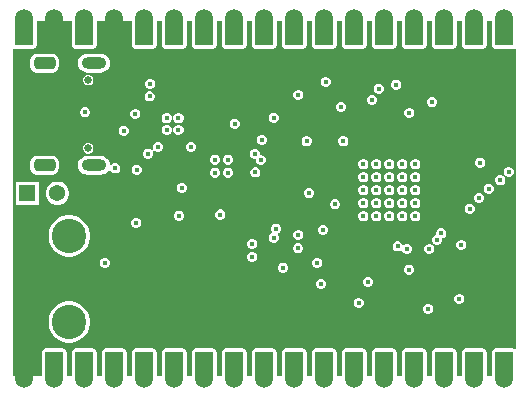
<source format=gbr>
%TF.GenerationSoftware,Altium Limited,Altium Designer,24.10.1 (45)*%
G04 Layer_Physical_Order=3*
G04 Layer_Color=16440176*
%FSLAX45Y45*%
%MOMM*%
%TF.SameCoordinates,D2505BA3-E522-476C-ACF0-F4815D070146*%
%TF.FilePolarity,Positive*%
%TF.FileFunction,Copper,L3,Inr,Signal*%
%TF.Part,Single*%
G01*
G75*
%TA.AperFunction,ComponentPad*%
G04:AMPARAMS|DCode=42|XSize=1.8mm|YSize=1mm|CornerRadius=0.25mm|HoleSize=0mm|Usage=FLASHONLY|Rotation=0.000|XOffset=0mm|YOffset=0mm|HoleType=Round|Shape=RoundedRectangle|*
%AMROUNDEDRECTD42*
21,1,1.80000,0.50000,0,0,0.0*
21,1,1.30000,1.00000,0,0,0.0*
1,1,0.50000,0.65000,-0.25000*
1,1,0.50000,-0.65000,-0.25000*
1,1,0.50000,-0.65000,0.25000*
1,1,0.50000,0.65000,0.25000*
%
%ADD42ROUNDEDRECTD42*%
%ADD43O,2.10000X1.00000*%
%ADD44C,0.65000*%
%AMCUSTOMSHAPE45*
4,1,7,0.75000,0.75000,0.75000,0.00000,0.75000,-1.50000,0.75000,-1.50000,-0.75000,-1.50000,-0.75000,0.75000,-0.75000,0.75000,0.75000,0.75000,0.0*%
%ADD45CUSTOMSHAPE45*%

%AMCUSTOMSHAPE46*
4,1,7,-0.75000,-0.75000,-0.75000,0.00000,-0.75000,1.50000,-0.75000,1.50000,0.75000,1.50000,0.75000,-0.75000,0.75000,-0.75000,-0.75000,-0.75000,0.0*%
%ADD46CUSTOMSHAPE46*%

%ADD47C,1.37000*%
%ADD48R,1.37000X1.37000*%
%ADD49C,2.91000*%
%TA.AperFunction,ViaPad*%
%ADD50C,0.45000*%
%ADD51C,1.50000*%
G36*
X4076412Y2900000D02*
Y2825000D01*
X4078741Y2813294D01*
X4085371Y2803371D01*
X4095295Y2796740D01*
X4107000Y2794412D01*
X4257000D01*
X4266909Y2796383D01*
X4271809Y2794467D01*
X4279609Y2788752D01*
Y261248D01*
X4271809Y255533D01*
X4266909Y253617D01*
X4257000Y255588D01*
X4107000D01*
X4095295Y253259D01*
X4085371Y246629D01*
X4078741Y236705D01*
X4076412Y225000D01*
Y20391D01*
X4033588D01*
X4033588Y150000D01*
Y225000D01*
X4031259Y236705D01*
X4024629Y246629D01*
X4014705Y253259D01*
X4003000Y255588D01*
X3853000D01*
X3841295Y253259D01*
X3831371Y246629D01*
X3824741Y236705D01*
X3822412Y225000D01*
Y20391D01*
X3779588D01*
X3779588Y150000D01*
Y225000D01*
X3777259Y236705D01*
X3770629Y246629D01*
X3760705Y253259D01*
X3749000Y255588D01*
X3599000D01*
X3587295Y253259D01*
X3577371Y246629D01*
X3570741Y236705D01*
X3568412Y225000D01*
Y20391D01*
X3525588D01*
X3525588Y150000D01*
Y225000D01*
X3523259Y236705D01*
X3516629Y246629D01*
X3506705Y253259D01*
X3495000Y255588D01*
X3345000D01*
X3333295Y253259D01*
X3323371Y246629D01*
X3316741Y236705D01*
X3314412Y225000D01*
Y20391D01*
X3271588D01*
X3271588Y150000D01*
Y225000D01*
X3269259Y236705D01*
X3262629Y246629D01*
X3252705Y253259D01*
X3241000Y255588D01*
X3091000D01*
X3079295Y253259D01*
X3069371Y246629D01*
X3062741Y236705D01*
X3060412Y225000D01*
Y20391D01*
X3017588D01*
X3017588Y150000D01*
Y225000D01*
X3015259Y236705D01*
X3008629Y246629D01*
X2998705Y253259D01*
X2987000Y255588D01*
X2837000D01*
X2825295Y253259D01*
X2815371Y246629D01*
X2808741Y236705D01*
X2806412Y225000D01*
Y20391D01*
X2763588D01*
X2763588Y150000D01*
Y225000D01*
X2761259Y236705D01*
X2754629Y246629D01*
X2744705Y253259D01*
X2733000Y255588D01*
X2583000D01*
X2571295Y253259D01*
X2561371Y246629D01*
X2554741Y236705D01*
X2552412Y225000D01*
Y20391D01*
X2509588D01*
X2509588Y150000D01*
Y225000D01*
X2507259Y236705D01*
X2500629Y246629D01*
X2490705Y253259D01*
X2479000Y255588D01*
X2329000D01*
X2317295Y253259D01*
X2307371Y246629D01*
X2300741Y236705D01*
X2298412Y225000D01*
Y20391D01*
X2255588D01*
X2255588Y150000D01*
Y225000D01*
X2253259Y236705D01*
X2246629Y246629D01*
X2236705Y253259D01*
X2225000Y255588D01*
X2075000D01*
X2063295Y253259D01*
X2053371Y246629D01*
X2046741Y236705D01*
X2044412Y225000D01*
Y20391D01*
X2001588D01*
X2001588Y150000D01*
Y225000D01*
X1999259Y236705D01*
X1992629Y246629D01*
X1982705Y253259D01*
X1971000Y255588D01*
X1821000D01*
X1809295Y253259D01*
X1799371Y246629D01*
X1792741Y236705D01*
X1790412Y225000D01*
Y20391D01*
X1747588D01*
X1747588Y150000D01*
Y225000D01*
X1745259Y236705D01*
X1738629Y246629D01*
X1728705Y253259D01*
X1717000Y255588D01*
X1567000D01*
X1555295Y253259D01*
X1545371Y246629D01*
X1538741Y236705D01*
X1536412Y225000D01*
Y20391D01*
X1493588D01*
X1493588Y150000D01*
Y225000D01*
X1491259Y236705D01*
X1484629Y246629D01*
X1474705Y253259D01*
X1463000Y255588D01*
X1313000D01*
X1301295Y253259D01*
X1291371Y246629D01*
X1284741Y236705D01*
X1282412Y225000D01*
Y20391D01*
X1239588D01*
X1239588Y150000D01*
Y225000D01*
X1237259Y236705D01*
X1230629Y246629D01*
X1220705Y253259D01*
X1209000Y255588D01*
X1059000D01*
X1047295Y253259D01*
X1037371Y246629D01*
X1030741Y236705D01*
X1028412Y225000D01*
Y20391D01*
X985588D01*
X985588Y150000D01*
Y225000D01*
X983259Y236705D01*
X976629Y246629D01*
X966705Y253259D01*
X955000Y255588D01*
X805000D01*
X793295Y253259D01*
X783371Y246629D01*
X776741Y236705D01*
X774412Y225000D01*
Y20391D01*
X731588D01*
X731588Y150000D01*
Y225000D01*
X729259Y236705D01*
X722629Y246629D01*
X712705Y253259D01*
X701000Y255588D01*
X551000D01*
X539295Y253259D01*
X529371Y246629D01*
X522741Y236705D01*
X520412Y225000D01*
Y20391D01*
X477588D01*
X477588Y150000D01*
Y225000D01*
X475259Y236705D01*
X468629Y246629D01*
X458705Y253259D01*
X447000Y255588D01*
X297000D01*
X285295Y253259D01*
X275371Y246629D01*
X268741Y236705D01*
X266412Y225000D01*
Y20391D01*
X20391D01*
Y2788752D01*
X28191Y2794467D01*
X33091Y2796383D01*
X43000Y2794412D01*
X193000D01*
X204705Y2796740D01*
X214629Y2803371D01*
X221259Y2813294D01*
X223588Y2825000D01*
Y3029609D01*
X520412D01*
X520412Y2900000D01*
Y2825000D01*
X522741Y2813294D01*
X529371Y2803371D01*
X539295Y2796740D01*
X551000Y2794412D01*
X701000D01*
X712705Y2796740D01*
X722629Y2803371D01*
X729259Y2813294D01*
X731588Y2825000D01*
Y3029609D01*
X1028412D01*
X1028412Y2900000D01*
Y2825000D01*
X1030741Y2813294D01*
X1037371Y2803371D01*
X1047295Y2796740D01*
X1059000Y2794412D01*
X1209000D01*
X1220705Y2796740D01*
X1230629Y2803371D01*
X1237259Y2813294D01*
X1239588Y2825000D01*
Y3029609D01*
X1282412D01*
X1282412Y2900000D01*
Y2825000D01*
X1284741Y2813294D01*
X1291371Y2803371D01*
X1301295Y2796740D01*
X1313000Y2794412D01*
X1463000D01*
X1474705Y2796740D01*
X1484629Y2803371D01*
X1491259Y2813294D01*
X1493588Y2825000D01*
Y3029609D01*
X1536412D01*
X1536412Y2900000D01*
Y2825000D01*
X1538741Y2813294D01*
X1545371Y2803371D01*
X1555295Y2796740D01*
X1567000Y2794412D01*
X1717000D01*
X1728705Y2796740D01*
X1738629Y2803371D01*
X1745259Y2813294D01*
X1747588Y2825000D01*
Y3029609D01*
X1790412D01*
X1790412Y2900000D01*
Y2825000D01*
X1792741Y2813294D01*
X1799371Y2803371D01*
X1809295Y2796740D01*
X1821000Y2794412D01*
X1971000D01*
X1982705Y2796740D01*
X1992629Y2803371D01*
X1999259Y2813294D01*
X2001588Y2825000D01*
Y3029609D01*
X2044412D01*
X2044412Y2900000D01*
Y2825000D01*
X2046741Y2813294D01*
X2053371Y2803371D01*
X2063295Y2796740D01*
X2075000Y2794412D01*
X2225000D01*
X2236705Y2796740D01*
X2246629Y2803371D01*
X2253259Y2813294D01*
X2255588Y2825000D01*
Y3029609D01*
X2298412D01*
X2298412Y2900000D01*
Y2825000D01*
X2300741Y2813294D01*
X2307371Y2803371D01*
X2317295Y2796740D01*
X2329000Y2794412D01*
X2479000D01*
X2490705Y2796740D01*
X2500629Y2803371D01*
X2507259Y2813294D01*
X2509588Y2825000D01*
Y3029609D01*
X2552412D01*
X2552412Y2900000D01*
Y2825000D01*
X2554741Y2813294D01*
X2561371Y2803371D01*
X2571295Y2796740D01*
X2583000Y2794412D01*
X2733000D01*
X2744705Y2796740D01*
X2754629Y2803371D01*
X2761259Y2813294D01*
X2763588Y2825000D01*
Y3029609D01*
X2806412D01*
X2806412Y2900000D01*
Y2825000D01*
X2808741Y2813294D01*
X2815371Y2803371D01*
X2825295Y2796740D01*
X2837000Y2794412D01*
X2987000D01*
X2998705Y2796740D01*
X3008629Y2803371D01*
X3015259Y2813294D01*
X3017588Y2825000D01*
Y3029609D01*
X3060412D01*
X3060412Y2900000D01*
Y2825000D01*
X3062741Y2813294D01*
X3069371Y2803371D01*
X3079295Y2796740D01*
X3091000Y2794412D01*
X3241000D01*
X3252705Y2796740D01*
X3262629Y2803371D01*
X3269259Y2813294D01*
X3271588Y2825000D01*
Y3029609D01*
X3314412D01*
X3314412Y2900000D01*
Y2825000D01*
X3316741Y2813294D01*
X3323371Y2803371D01*
X3333295Y2796740D01*
X3345000Y2794412D01*
X3495000D01*
X3506705Y2796740D01*
X3516629Y2803371D01*
X3523259Y2813294D01*
X3525588Y2825000D01*
Y3029609D01*
X3568412D01*
X3568412Y2900000D01*
Y2825000D01*
X3570741Y2813294D01*
X3577371Y2803371D01*
X3587295Y2796740D01*
X3599000Y2794412D01*
X3749000D01*
X3760705Y2796740D01*
X3770629Y2803371D01*
X3777259Y2813294D01*
X3779588Y2825000D01*
Y3029609D01*
X3822412D01*
X3822412Y2900000D01*
Y2825000D01*
X3824741Y2813294D01*
X3831371Y2803371D01*
X3841295Y2796740D01*
X3853000Y2794412D01*
X4003000D01*
X4014705Y2796740D01*
X4024629Y2803371D01*
X4031259Y2813294D01*
X4033588Y2825000D01*
Y3029609D01*
X4076412D01*
X4076412Y2900000D01*
D02*
G37*
%LPC*%
G36*
X765000Y2751690D02*
X655000D01*
X634116Y2748940D01*
X614655Y2740879D01*
X597943Y2728056D01*
X585120Y2711345D01*
X577059Y2691884D01*
X574309Y2671000D01*
X577059Y2650116D01*
X585120Y2630655D01*
X597943Y2613943D01*
X614655Y2601120D01*
X634116Y2593059D01*
X655000Y2590310D01*
X765000D01*
X785884Y2593059D01*
X805345Y2601120D01*
X822057Y2613943D01*
X834880Y2630655D01*
X842941Y2650116D01*
X845690Y2671000D01*
X842941Y2691884D01*
X834880Y2711345D01*
X822057Y2728056D01*
X805345Y2740879D01*
X785884Y2748940D01*
X765000Y2751690D01*
D02*
G37*
G36*
X357000Y2752077D02*
X227000D01*
X205540Y2747808D01*
X187347Y2735652D01*
X175191Y2717460D01*
X170923Y2696000D01*
Y2646000D01*
X175191Y2624540D01*
X187347Y2606347D01*
X205540Y2594191D01*
X227000Y2589922D01*
X357000D01*
X378460Y2594191D01*
X396652Y2606347D01*
X408808Y2624540D01*
X413077Y2646000D01*
Y2696000D01*
X408808Y2717460D01*
X396652Y2735652D01*
X378460Y2747808D01*
X357000Y2752077D01*
D02*
G37*
G36*
X668852Y2572500D02*
X651148D01*
X634793Y2565725D01*
X622275Y2553207D01*
X615500Y2536851D01*
Y2519148D01*
X622275Y2502793D01*
X634793Y2490274D01*
X651148Y2483500D01*
X668852D01*
X685207Y2490274D01*
X697725Y2502793D01*
X704500Y2519148D01*
Y2536851D01*
X697725Y2553207D01*
X685207Y2565725D01*
X668852Y2572500D01*
D02*
G37*
G36*
X2678454Y2552900D02*
X2661546D01*
X2645926Y2546430D01*
X2633970Y2534474D01*
X2627500Y2518854D01*
Y2501946D01*
X2633970Y2486326D01*
X2645926Y2474370D01*
X2661546Y2467900D01*
X2678454D01*
X2694074Y2474370D01*
X2706030Y2486326D01*
X2712500Y2501946D01*
Y2518854D01*
X2706030Y2534474D01*
X2694074Y2546430D01*
X2678454Y2552900D01*
D02*
G37*
G36*
X1194787Y2535829D02*
X1177880D01*
X1162260Y2529359D01*
X1150304Y2517404D01*
X1143834Y2501783D01*
Y2484876D01*
X1150304Y2469255D01*
X1162260Y2457300D01*
X1177880Y2450830D01*
X1194787D01*
X1210408Y2457300D01*
X1222363Y2469255D01*
X1228833Y2484876D01*
Y2501783D01*
X1222363Y2517404D01*
X1210408Y2529359D01*
X1194787Y2535829D01*
D02*
G37*
G36*
X3277254Y2532500D02*
X3260346D01*
X3244726Y2526030D01*
X3232770Y2514074D01*
X3226300Y2498454D01*
Y2481546D01*
X3232770Y2465926D01*
X3244726Y2453970D01*
X3260346Y2447500D01*
X3277254D01*
X3292874Y2453970D01*
X3304830Y2465926D01*
X3311300Y2481546D01*
Y2498454D01*
X3304830Y2514074D01*
X3292874Y2526030D01*
X3277254Y2532500D01*
D02*
G37*
G36*
X3127734Y2497700D02*
X3110827D01*
X3095206Y2491230D01*
X3083251Y2479274D01*
X3076781Y2463654D01*
Y2446746D01*
X3083251Y2431126D01*
X3095206Y2419170D01*
X3110827Y2412700D01*
X3127734D01*
X3143355Y2419170D01*
X3155310Y2431126D01*
X3161780Y2446746D01*
Y2463654D01*
X3155310Y2479274D01*
X3143355Y2491230D01*
X3127734Y2497700D01*
D02*
G37*
G36*
X2448454Y2442500D02*
X2431546D01*
X2415926Y2436030D01*
X2403970Y2424074D01*
X2397500Y2408454D01*
Y2391546D01*
X2403970Y2375926D01*
X2415926Y2363970D01*
X2431546Y2357500D01*
X2448454D01*
X2464074Y2363970D01*
X2476030Y2375926D01*
X2482500Y2391546D01*
Y2408454D01*
X2476030Y2424074D01*
X2464074Y2436030D01*
X2448454Y2442500D01*
D02*
G37*
G36*
X1188454Y2432500D02*
X1171546D01*
X1155926Y2426030D01*
X1143970Y2414074D01*
X1137500Y2398454D01*
Y2381546D01*
X1143970Y2365926D01*
X1155926Y2353970D01*
X1171546Y2347500D01*
X1188454D01*
X1204074Y2353970D01*
X1216030Y2365926D01*
X1222500Y2381546D01*
Y2398454D01*
X1216030Y2414074D01*
X1204074Y2426030D01*
X1188454Y2432500D01*
D02*
G37*
G36*
X3070954Y2402500D02*
X3054046D01*
X3038426Y2396030D01*
X3026470Y2384074D01*
X3020000Y2368454D01*
Y2351546D01*
X3026470Y2335926D01*
X3038426Y2323970D01*
X3054046Y2317500D01*
X3070954D01*
X3086574Y2323970D01*
X3098530Y2335926D01*
X3105000Y2351546D01*
Y2368454D01*
X3098530Y2384074D01*
X3086574Y2396030D01*
X3070954Y2402500D01*
D02*
G37*
G36*
X3578454Y2382500D02*
X3561546D01*
X3545926Y2376030D01*
X3533970Y2364074D01*
X3527500Y2348454D01*
Y2331546D01*
X3533970Y2315926D01*
X3545926Y2303970D01*
X3561546Y2297500D01*
X3578454D01*
X3594074Y2303970D01*
X3606030Y2315926D01*
X3612500Y2331546D01*
Y2348454D01*
X3606030Y2364074D01*
X3594074Y2376030D01*
X3578454Y2382500D01*
D02*
G37*
G36*
X2808454Y2342500D02*
X2791546D01*
X2775926Y2336030D01*
X2763970Y2324074D01*
X2757500Y2308454D01*
Y2291546D01*
X2763970Y2275926D01*
X2775926Y2263970D01*
X2791546Y2257500D01*
X2808454D01*
X2824074Y2263970D01*
X2836030Y2275926D01*
X2842500Y2291546D01*
Y2308454D01*
X2836030Y2324074D01*
X2824074Y2336030D01*
X2808454Y2342500D01*
D02*
G37*
G36*
X640553Y2297500D02*
X623646D01*
X608026Y2291030D01*
X596070Y2279074D01*
X589600Y2263454D01*
Y2246546D01*
X596070Y2230926D01*
X608026Y2218970D01*
X623646Y2212500D01*
X640553D01*
X656174Y2218970D01*
X668129Y2230926D01*
X674600Y2246546D01*
Y2263454D01*
X668129Y2279074D01*
X656174Y2291030D01*
X640553Y2297500D01*
D02*
G37*
G36*
X3388454Y2292500D02*
X3371546D01*
X3355926Y2286030D01*
X3343970Y2274074D01*
X3337500Y2258454D01*
Y2241546D01*
X3343970Y2225926D01*
X3355926Y2213970D01*
X3371546Y2207500D01*
X3388454D01*
X3404074Y2213970D01*
X3416030Y2225926D01*
X3422500Y2241546D01*
Y2258454D01*
X3416030Y2274074D01*
X3404074Y2286030D01*
X3388454Y2292500D01*
D02*
G37*
G36*
X1068454Y2282500D02*
X1051546D01*
X1035926Y2276030D01*
X1023970Y2264074D01*
X1017500Y2248454D01*
Y2231546D01*
X1023970Y2215926D01*
X1035926Y2203970D01*
X1051546Y2197500D01*
X1068454D01*
X1084074Y2203970D01*
X1096030Y2215926D01*
X1102500Y2231546D01*
Y2248454D01*
X1096030Y2264074D01*
X1084074Y2276030D01*
X1068454Y2282500D01*
D02*
G37*
G36*
X2238454Y2252500D02*
X2221546D01*
X2205926Y2246030D01*
X2193970Y2234074D01*
X2187500Y2218454D01*
Y2201546D01*
X2193970Y2185926D01*
X2205926Y2173970D01*
X2221546Y2167500D01*
X2238454D01*
X2254074Y2173970D01*
X2266030Y2185926D01*
X2272500Y2201546D01*
Y2218454D01*
X2266030Y2234074D01*
X2254074Y2246030D01*
X2238454Y2252500D01*
D02*
G37*
G36*
X1433454Y2247500D02*
X1416546D01*
X1400926Y2241030D01*
X1388970Y2229074D01*
X1382500Y2213454D01*
Y2196546D01*
X1388970Y2180926D01*
X1400926Y2168970D01*
X1416546Y2162500D01*
X1433454D01*
X1449074Y2168970D01*
X1461030Y2180926D01*
X1467500Y2196546D01*
Y2213454D01*
X1461030Y2229074D01*
X1449074Y2241030D01*
X1433454Y2247500D01*
D02*
G37*
G36*
X1333454D02*
X1316546D01*
X1300926Y2241030D01*
X1288970Y2229074D01*
X1282500Y2213454D01*
Y2196546D01*
X1288970Y2180926D01*
X1300926Y2168970D01*
X1316546Y2162500D01*
X1333454D01*
X1349074Y2168970D01*
X1361030Y2180926D01*
X1367500Y2196546D01*
Y2213454D01*
X1361030Y2229074D01*
X1349074Y2241030D01*
X1333454Y2247500D01*
D02*
G37*
G36*
X1908454Y2202500D02*
X1891546D01*
X1875926Y2196030D01*
X1863970Y2184074D01*
X1857500Y2168454D01*
Y2151546D01*
X1863970Y2135926D01*
X1875926Y2123970D01*
X1891546Y2117500D01*
X1908454D01*
X1924074Y2123970D01*
X1936030Y2135926D01*
X1942500Y2151546D01*
Y2168454D01*
X1936030Y2184074D01*
X1924074Y2196030D01*
X1908454Y2202500D01*
D02*
G37*
G36*
X1433454Y2147500D02*
X1416546D01*
X1400926Y2141030D01*
X1388970Y2129074D01*
X1382500Y2113454D01*
Y2096546D01*
X1388970Y2080926D01*
X1400926Y2068970D01*
X1416546Y2062500D01*
X1433454D01*
X1449074Y2068970D01*
X1461030Y2080926D01*
X1467500Y2096546D01*
Y2113454D01*
X1461030Y2129074D01*
X1449074Y2141030D01*
X1433454Y2147500D01*
D02*
G37*
G36*
X1333454D02*
X1316546D01*
X1300926Y2141030D01*
X1288970Y2129074D01*
X1282500Y2113454D01*
Y2096546D01*
X1288970Y2080926D01*
X1300926Y2068970D01*
X1316546Y2062500D01*
X1333454D01*
X1349074Y2068970D01*
X1361030Y2080926D01*
X1367500Y2096546D01*
Y2113454D01*
X1361030Y2129074D01*
X1349074Y2141030D01*
X1333454Y2147500D01*
D02*
G37*
G36*
X968454Y2142500D02*
X951546D01*
X935926Y2136030D01*
X923970Y2124074D01*
X917500Y2108454D01*
Y2091546D01*
X923970Y2075926D01*
X935926Y2063970D01*
X951546Y2057500D01*
X968454D01*
X984074Y2063970D01*
X996030Y2075926D01*
X1002500Y2091546D01*
Y2108454D01*
X996030Y2124074D01*
X984074Y2136030D01*
X968454Y2142500D01*
D02*
G37*
G36*
X2138454Y2062500D02*
X2121546D01*
X2105926Y2056030D01*
X2093970Y2044074D01*
X2087500Y2028454D01*
Y2011546D01*
X2093970Y1995926D01*
X2105926Y1983970D01*
X2121546Y1977500D01*
X2138454D01*
X2154074Y1983970D01*
X2166030Y1995926D01*
X2172500Y2011546D01*
Y2028454D01*
X2166030Y2044074D01*
X2154074Y2056030D01*
X2138454Y2062500D01*
D02*
G37*
G36*
X2828454Y2052500D02*
X2811546D01*
X2795926Y2046030D01*
X2783970Y2034074D01*
X2777500Y2018454D01*
Y2001546D01*
X2783970Y1985926D01*
X2795926Y1973970D01*
X2811546Y1967500D01*
X2828454D01*
X2844074Y1973970D01*
X2856030Y1985926D01*
X2862500Y2001546D01*
Y2018454D01*
X2856030Y2034074D01*
X2844074Y2046030D01*
X2828454Y2052500D01*
D02*
G37*
G36*
X2518454D02*
X2501546D01*
X2485926Y2046030D01*
X2473970Y2034074D01*
X2467500Y2018454D01*
Y2001546D01*
X2473970Y1985926D01*
X2485926Y1973970D01*
X2501546Y1967500D01*
X2518454D01*
X2534074Y1973970D01*
X2546030Y1985926D01*
X2552500Y2001546D01*
Y2018454D01*
X2546030Y2034074D01*
X2534074Y2046030D01*
X2518454Y2052500D01*
D02*
G37*
G36*
X1258454Y2002500D02*
X1241546D01*
X1225926Y1996030D01*
X1213970Y1984074D01*
X1207500Y1968454D01*
Y1951546D01*
X1212861Y1938603D01*
X1202095Y1931409D01*
X1192474Y1941030D01*
X1176854Y1947500D01*
X1159946D01*
X1144326Y1941030D01*
X1132370Y1929074D01*
X1125900Y1913454D01*
Y1896546D01*
X1132370Y1880926D01*
X1144326Y1868970D01*
X1159946Y1862500D01*
X1176854D01*
X1192474Y1868970D01*
X1204430Y1880926D01*
X1210900Y1896546D01*
Y1913454D01*
X1205539Y1926397D01*
X1216305Y1933590D01*
X1225926Y1923970D01*
X1241546Y1917500D01*
X1258454D01*
X1274074Y1923970D01*
X1286030Y1935926D01*
X1292500Y1951546D01*
Y1968454D01*
X1286030Y1984074D01*
X1274074Y1996030D01*
X1258454Y2002500D01*
D02*
G37*
G36*
X1538454D02*
X1521546D01*
X1505926Y1996030D01*
X1493970Y1984074D01*
X1487500Y1968454D01*
Y1951546D01*
X1493970Y1935926D01*
X1505926Y1923970D01*
X1521546Y1917500D01*
X1538454D01*
X1554074Y1923970D01*
X1566030Y1935926D01*
X1572500Y1951546D01*
Y1968454D01*
X1566030Y1984074D01*
X1554074Y1996030D01*
X1538454Y2002500D01*
D02*
G37*
G36*
X668852Y1994500D02*
X651148D01*
X634793Y1987725D01*
X622275Y1975207D01*
X615500Y1958852D01*
Y1941148D01*
X622275Y1924793D01*
X634793Y1912275D01*
X651148Y1905500D01*
X668852D01*
X685207Y1912275D01*
X697725Y1924793D01*
X704500Y1941148D01*
Y1958852D01*
X697725Y1975207D01*
X685207Y1987725D01*
X668852Y1994500D01*
D02*
G37*
G36*
X1853453Y1897500D02*
X1836546D01*
X1820926Y1891030D01*
X1808970Y1879074D01*
X1802500Y1863454D01*
Y1846546D01*
X1808970Y1830926D01*
X1820926Y1818970D01*
X1836546Y1812500D01*
X1853453D01*
X1869074Y1818970D01*
X1881030Y1830926D01*
X1887500Y1846546D01*
Y1863454D01*
X1881030Y1879074D01*
X1869074Y1891030D01*
X1853453Y1897500D01*
D02*
G37*
G36*
X1743453D02*
X1726546D01*
X1710926Y1891030D01*
X1698970Y1879074D01*
X1692500Y1863454D01*
Y1846546D01*
X1698970Y1830926D01*
X1710926Y1818970D01*
X1726546Y1812500D01*
X1743453D01*
X1759074Y1818970D01*
X1771029Y1830926D01*
X1777500Y1846546D01*
Y1863454D01*
X1771029Y1879074D01*
X1759074Y1891030D01*
X1743453Y1897500D01*
D02*
G37*
G36*
X2078651Y1942955D02*
X2061744D01*
X2046123Y1936485D01*
X2034168Y1924530D01*
X2027697Y1908909D01*
Y1892002D01*
X2034168Y1876382D01*
X2046123Y1864426D01*
X2061744Y1857956D01*
X2077500D01*
Y1844046D01*
X2083970Y1828426D01*
X2095926Y1816470D01*
X2111546Y1810000D01*
X2128454D01*
X2144074Y1816470D01*
X2156030Y1828426D01*
X2162500Y1844046D01*
Y1860954D01*
X2156030Y1876574D01*
X2144074Y1888530D01*
X2128454Y1895000D01*
X2112697D01*
Y1908909D01*
X2106227Y1924530D01*
X2094271Y1936485D01*
X2078651Y1942955D01*
D02*
G37*
G36*
X3988454Y1872500D02*
X3971546D01*
X3955926Y1866030D01*
X3943970Y1854074D01*
X3937500Y1838454D01*
Y1821546D01*
X3943970Y1805926D01*
X3955926Y1793970D01*
X3971546Y1787500D01*
X3988454D01*
X4004074Y1793970D01*
X4016030Y1805926D01*
X4022500Y1821546D01*
Y1838454D01*
X4016030Y1854074D01*
X4004074Y1866030D01*
X3988454Y1872500D01*
D02*
G37*
G36*
X3439214Y1857600D02*
X3422306D01*
X3406686Y1851130D01*
X3394730Y1839174D01*
X3388260Y1823554D01*
Y1806647D01*
X3394730Y1791026D01*
X3406686Y1779071D01*
X3422306Y1772600D01*
X3439214D01*
X3454834Y1779071D01*
X3466790Y1791026D01*
X3473260Y1806647D01*
Y1823554D01*
X3466790Y1839174D01*
X3454834Y1851130D01*
X3439214Y1857600D01*
D02*
G37*
G36*
X3329214D02*
X3312306D01*
X3296686Y1851130D01*
X3284730Y1839174D01*
X3278260Y1823554D01*
Y1806647D01*
X3284730Y1791026D01*
X3296686Y1779071D01*
X3312306Y1772600D01*
X3329214D01*
X3344834Y1779071D01*
X3356790Y1791026D01*
X3363260Y1806647D01*
Y1823554D01*
X3356790Y1839174D01*
X3344834Y1851130D01*
X3329214Y1857600D01*
D02*
G37*
G36*
X3109213D02*
X3092306D01*
X3076686Y1851130D01*
X3064730Y1839174D01*
X3058260Y1823554D01*
Y1806647D01*
X3064730Y1791026D01*
X3076686Y1779071D01*
X3092306Y1772600D01*
X3109213D01*
X3124834Y1779071D01*
X3136790Y1791026D01*
X3143260Y1806647D01*
Y1823554D01*
X3136790Y1839174D01*
X3124834Y1851130D01*
X3109213Y1857600D01*
D02*
G37*
G36*
X2999213D02*
X2982306D01*
X2966685Y1851130D01*
X2954730Y1839174D01*
X2948260Y1823554D01*
Y1806647D01*
X2954730Y1791026D01*
X2966685Y1779071D01*
X2982306Y1772600D01*
X2999213D01*
X3014834Y1779071D01*
X3026789Y1791026D01*
X3033259Y1806647D01*
Y1823554D01*
X3026789Y1839174D01*
X3014834Y1851130D01*
X2999213Y1857600D01*
D02*
G37*
G36*
X3219214Y1857600D02*
X3202307D01*
X3186686Y1851130D01*
X3174731Y1839174D01*
X3168260Y1823554D01*
Y1806646D01*
X3174731Y1791026D01*
X3186686Y1779070D01*
X3202307Y1772600D01*
X3219214D01*
X3234834Y1779070D01*
X3246790Y1791026D01*
X3253260Y1806646D01*
Y1823554D01*
X3246790Y1839174D01*
X3234834Y1851130D01*
X3219214Y1857600D01*
D02*
G37*
G36*
X765000Y1887690D02*
X655000D01*
X634116Y1884941D01*
X614655Y1876880D01*
X597943Y1864056D01*
X585120Y1847345D01*
X577059Y1827884D01*
X574309Y1807000D01*
X577059Y1786116D01*
X585120Y1766655D01*
X597943Y1749943D01*
X614655Y1737120D01*
X634116Y1729059D01*
X655000Y1726310D01*
X765000D01*
X785884Y1729059D01*
X805345Y1737120D01*
X822057Y1749943D01*
X834880Y1766655D01*
X835767Y1768797D01*
X849076Y1767741D01*
X853970Y1755926D01*
X865926Y1743970D01*
X881546Y1737500D01*
X898454D01*
X914074Y1743970D01*
X926030Y1755926D01*
X932500Y1771546D01*
Y1788454D01*
X926030Y1804074D01*
X914074Y1816030D01*
X898454Y1822500D01*
X881546D01*
X865926Y1816030D01*
X858182Y1808286D01*
X844917Y1812877D01*
X842941Y1827884D01*
X834880Y1847345D01*
X822057Y1864056D01*
X805345Y1876880D01*
X785884Y1884941D01*
X765000Y1887690D01*
D02*
G37*
G36*
X1078454Y1812500D02*
X1061546D01*
X1045926Y1806030D01*
X1033970Y1794074D01*
X1027500Y1778454D01*
Y1761546D01*
X1033970Y1745926D01*
X1045926Y1733970D01*
X1061546Y1727500D01*
X1078454D01*
X1094074Y1733970D01*
X1106030Y1745926D01*
X1112500Y1761546D01*
Y1778454D01*
X1106030Y1794074D01*
X1094074Y1806030D01*
X1078454Y1812500D01*
D02*
G37*
G36*
X357000Y1888077D02*
X227000D01*
X205540Y1883809D01*
X187347Y1871653D01*
X175191Y1853460D01*
X170923Y1832000D01*
Y1782000D01*
X175191Y1760540D01*
X187347Y1742347D01*
X205540Y1730191D01*
X227000Y1725923D01*
X357000D01*
X378460Y1730191D01*
X396652Y1742347D01*
X408808Y1760540D01*
X413077Y1782000D01*
Y1832000D01*
X408808Y1853460D01*
X396652Y1871653D01*
X378460Y1883809D01*
X357000Y1888077D01*
D02*
G37*
G36*
X4228454Y1792500D02*
X4211546D01*
X4195926Y1786030D01*
X4183970Y1774074D01*
X4177500Y1758454D01*
Y1741546D01*
X4183970Y1725926D01*
X4195926Y1713970D01*
X4211546Y1707500D01*
X4228454D01*
X4244074Y1713970D01*
X4256030Y1725926D01*
X4262500Y1741546D01*
Y1758454D01*
X4256030Y1774074D01*
X4244074Y1786030D01*
X4228454Y1792500D01*
D02*
G37*
G36*
X2084779Y1788672D02*
X2067872D01*
X2052251Y1782202D01*
X2040296Y1770247D01*
X2033825Y1754626D01*
Y1737719D01*
X2040296Y1722098D01*
X2052251Y1710143D01*
X2067872Y1703673D01*
X2084779D01*
X2100399Y1710143D01*
X2112355Y1722098D01*
X2118825Y1737719D01*
Y1754626D01*
X2112355Y1770247D01*
X2100399Y1782202D01*
X2084779Y1788672D01*
D02*
G37*
G36*
X1853453Y1787500D02*
X1836546D01*
X1820926Y1781030D01*
X1808970Y1769074D01*
X1802500Y1753454D01*
Y1736546D01*
X1808970Y1720926D01*
X1820926Y1708970D01*
X1836546Y1702500D01*
X1853453D01*
X1869074Y1708970D01*
X1881030Y1720926D01*
X1887500Y1736546D01*
Y1753454D01*
X1881030Y1769074D01*
X1869074Y1781030D01*
X1853453Y1787500D01*
D02*
G37*
G36*
X1743453D02*
X1726546D01*
X1710926Y1781030D01*
X1698970Y1769074D01*
X1692500Y1753454D01*
Y1736546D01*
X1698970Y1720926D01*
X1710926Y1708970D01*
X1726546Y1702500D01*
X1743453D01*
X1759074Y1708970D01*
X1771029Y1720926D01*
X1777500Y1736546D01*
Y1753454D01*
X1771029Y1769074D01*
X1759074Y1781030D01*
X1743453Y1787500D01*
D02*
G37*
G36*
X3439214Y1747600D02*
X3422306D01*
X3406686Y1741130D01*
X3394730Y1729174D01*
X3388260Y1713554D01*
Y1696647D01*
X3394730Y1681026D01*
X3406686Y1669071D01*
X3422306Y1662600D01*
X3439214D01*
X3454834Y1669071D01*
X3466790Y1681026D01*
X3473260Y1696647D01*
Y1713554D01*
X3466790Y1729174D01*
X3454834Y1741130D01*
X3439214Y1747600D01*
D02*
G37*
G36*
X3329214D02*
X3312306D01*
X3296686Y1741130D01*
X3284730Y1729174D01*
X3278260Y1713554D01*
Y1696647D01*
X3284730Y1681026D01*
X3296686Y1669071D01*
X3312306Y1662600D01*
X3329214D01*
X3344834Y1669071D01*
X3356790Y1681026D01*
X3363260Y1696647D01*
Y1713554D01*
X3356790Y1729174D01*
X3344834Y1741130D01*
X3329214Y1747600D01*
D02*
G37*
G36*
X3219214D02*
X3202306D01*
X3186686Y1741130D01*
X3174730Y1729174D01*
X3168260Y1713554D01*
Y1696647D01*
X3174730Y1681026D01*
X3186686Y1669071D01*
X3202306Y1662600D01*
X3219214D01*
X3234834Y1669071D01*
X3246790Y1681026D01*
X3253260Y1696647D01*
Y1713554D01*
X3246790Y1729174D01*
X3234834Y1741130D01*
X3219214Y1747600D01*
D02*
G37*
G36*
X2999213D02*
X2982306D01*
X2966685Y1741130D01*
X2954730Y1729174D01*
X2948260Y1713554D01*
Y1696647D01*
X2954730Y1681026D01*
X2966685Y1669071D01*
X2982306Y1662600D01*
X2999213D01*
X3014834Y1669071D01*
X3026789Y1681026D01*
X3033259Y1696647D01*
Y1713554D01*
X3026789Y1729174D01*
X3014834Y1741130D01*
X2999213Y1747600D01*
D02*
G37*
G36*
X3109214Y1747600D02*
X3092306D01*
X3076686Y1741130D01*
X3064730Y1729174D01*
X3058260Y1713554D01*
Y1696646D01*
X3064730Y1681026D01*
X3076686Y1669070D01*
X3092306Y1662600D01*
X3109214D01*
X3124834Y1669070D01*
X3136790Y1681026D01*
X3143260Y1696646D01*
Y1713554D01*
X3136790Y1729174D01*
X3124834Y1741130D01*
X3109214Y1747600D01*
D02*
G37*
G36*
X4158454Y1722500D02*
X4141546D01*
X4125926Y1716030D01*
X4113970Y1704074D01*
X4107500Y1688454D01*
Y1671546D01*
X4113970Y1655926D01*
X4125926Y1643970D01*
X4141546Y1637500D01*
X4158454D01*
X4174074Y1643970D01*
X4186030Y1655926D01*
X4192500Y1671546D01*
Y1688454D01*
X4186030Y1704074D01*
X4174074Y1716030D01*
X4158454Y1722500D01*
D02*
G37*
G36*
X1460954Y1657500D02*
X1444046D01*
X1428426Y1651030D01*
X1416470Y1639074D01*
X1410000Y1623454D01*
Y1606546D01*
X1416470Y1590926D01*
X1428426Y1578970D01*
X1444046Y1572500D01*
X1460954D01*
X1476574Y1578970D01*
X1488530Y1590926D01*
X1495000Y1606546D01*
Y1623454D01*
X1488530Y1639074D01*
X1476574Y1651030D01*
X1460954Y1657500D01*
D02*
G37*
G36*
X4058454Y1652500D02*
X4041546D01*
X4025926Y1646030D01*
X4013970Y1634074D01*
X4007500Y1618454D01*
Y1601546D01*
X4013970Y1585926D01*
X4025926Y1573970D01*
X4041546Y1567500D01*
X4058454D01*
X4074074Y1573970D01*
X4086030Y1585926D01*
X4092500Y1601546D01*
Y1618454D01*
X4086030Y1634074D01*
X4074074Y1646030D01*
X4058454Y1652500D01*
D02*
G37*
G36*
X3439213Y1637600D02*
X3422306D01*
X3406685Y1631130D01*
X3394730Y1619175D01*
X3388260Y1603554D01*
Y1586647D01*
X3394730Y1571026D01*
X3406685Y1559071D01*
X3422306Y1552601D01*
X3439213D01*
X3454834Y1559071D01*
X3466789Y1571026D01*
X3473259Y1586647D01*
Y1603554D01*
X3466789Y1619175D01*
X3454834Y1631130D01*
X3439213Y1637600D01*
D02*
G37*
G36*
X2999214D02*
X2982307D01*
X2966686Y1631130D01*
X2954731Y1619175D01*
X2948261Y1603554D01*
Y1586647D01*
X2954731Y1571026D01*
X2966686Y1559071D01*
X2982307Y1552601D01*
X2999214D01*
X3014834Y1559071D01*
X3026790Y1571026D01*
X3033260Y1586647D01*
Y1603554D01*
X3026790Y1619175D01*
X3014834Y1631130D01*
X2999214Y1637600D01*
D02*
G37*
G36*
X3329214Y1637600D02*
X3312306D01*
X3296686Y1631130D01*
X3284730Y1619174D01*
X3278260Y1603554D01*
Y1586647D01*
X3284730Y1571026D01*
X3296686Y1559071D01*
X3312306Y1552600D01*
X3329214D01*
X3344834Y1559071D01*
X3356790Y1571026D01*
X3363260Y1586647D01*
Y1603554D01*
X3356790Y1619174D01*
X3344834Y1631130D01*
X3329214Y1637600D01*
D02*
G37*
G36*
X3219214D02*
X3202306D01*
X3186686Y1631130D01*
X3174730Y1619174D01*
X3168260Y1603554D01*
Y1586647D01*
X3174730Y1571026D01*
X3186686Y1559071D01*
X3202306Y1552600D01*
X3219214D01*
X3234834Y1559071D01*
X3246790Y1571026D01*
X3253260Y1586647D01*
Y1603554D01*
X3246790Y1619174D01*
X3234834Y1631130D01*
X3219214Y1637600D01*
D02*
G37*
G36*
X3109214D02*
X3092306D01*
X3076686Y1631130D01*
X3064730Y1619174D01*
X3058260Y1603554D01*
Y1586647D01*
X3064730Y1571026D01*
X3076686Y1559071D01*
X3092306Y1552600D01*
X3109214D01*
X3124834Y1559071D01*
X3136790Y1571026D01*
X3143260Y1586647D01*
Y1603554D01*
X3136790Y1619174D01*
X3124834Y1631130D01*
X3109214Y1637600D01*
D02*
G37*
G36*
X2538454Y1612500D02*
X2521546D01*
X2505926Y1606030D01*
X2493970Y1594074D01*
X2487500Y1578454D01*
Y1561546D01*
X2493970Y1545926D01*
X2505926Y1533970D01*
X2521546Y1527500D01*
X2538454D01*
X2554074Y1533970D01*
X2566030Y1545926D01*
X2572500Y1561546D01*
Y1578454D01*
X2566030Y1594074D01*
X2554074Y1606030D01*
X2538454Y1612500D01*
D02*
G37*
G36*
X3978454Y1572500D02*
X3961546D01*
X3945926Y1566030D01*
X3933970Y1554074D01*
X3927500Y1538454D01*
Y1521546D01*
X3933970Y1505926D01*
X3945926Y1493970D01*
X3961546Y1487500D01*
X3978454D01*
X3994074Y1493970D01*
X4006030Y1505926D01*
X4012500Y1521546D01*
Y1538454D01*
X4006030Y1554074D01*
X3994074Y1566030D01*
X3978454Y1572500D01*
D02*
G37*
G36*
X412968Y1668500D02*
X387032D01*
X361980Y1661787D01*
X339520Y1648819D01*
X321180Y1630480D01*
X308213Y1608019D01*
X301500Y1582968D01*
Y1557032D01*
X308213Y1531980D01*
X321180Y1509519D01*
X339520Y1491180D01*
X361980Y1478213D01*
X387032Y1471500D01*
X412968D01*
X438019Y1478213D01*
X460480Y1491180D01*
X478819Y1509519D01*
X491787Y1531980D01*
X498500Y1557032D01*
Y1582968D01*
X491787Y1608019D01*
X478819Y1630480D01*
X460480Y1648819D01*
X438019Y1661787D01*
X412968Y1668500D01*
D02*
G37*
G36*
X244500D02*
X47500D01*
Y1471500D01*
X244500D01*
Y1668500D01*
D02*
G37*
G36*
X3109214Y1527600D02*
X3092306D01*
X3076686Y1521130D01*
X3064730Y1509175D01*
X3058260Y1493554D01*
Y1476647D01*
X3064730Y1461027D01*
X3076686Y1449071D01*
X3092306Y1442601D01*
X3109214D01*
X3124834Y1449071D01*
X3136790Y1461027D01*
X3143260Y1476647D01*
Y1493554D01*
X3136790Y1509175D01*
X3124834Y1521130D01*
X3109214Y1527600D01*
D02*
G37*
G36*
X3329213Y1527600D02*
X3312306D01*
X3296685Y1521130D01*
X3284730Y1509175D01*
X3278260Y1493554D01*
Y1476647D01*
X3284730Y1461026D01*
X3296685Y1449071D01*
X3312306Y1442601D01*
X3329213D01*
X3344834Y1449071D01*
X3356789Y1461026D01*
X3363259Y1476647D01*
Y1493554D01*
X3356789Y1509175D01*
X3344834Y1521130D01*
X3329213Y1527600D01*
D02*
G37*
G36*
X3219214Y1527600D02*
X3202307D01*
X3186686Y1521130D01*
X3174731Y1509174D01*
X3168260Y1493554D01*
Y1476647D01*
X3174731Y1461026D01*
X3186686Y1449071D01*
X3202307Y1442600D01*
X3219214D01*
X3234834Y1449071D01*
X3246790Y1461026D01*
X3253260Y1476647D01*
Y1493554D01*
X3246790Y1509174D01*
X3234834Y1521130D01*
X3219214Y1527600D01*
D02*
G37*
G36*
X2999213D02*
X2982306D01*
X2966685Y1521130D01*
X2954730Y1509174D01*
X2948260Y1493554D01*
Y1476647D01*
X2954730Y1461026D01*
X2966685Y1449071D01*
X2982306Y1442600D01*
X2999213D01*
X3014834Y1449071D01*
X3026789Y1461026D01*
X3033259Y1476647D01*
Y1493554D01*
X3026789Y1509174D01*
X3014834Y1521130D01*
X2999213Y1527600D01*
D02*
G37*
G36*
X3439214Y1527600D02*
X3422306D01*
X3406686Y1521130D01*
X3394730Y1509174D01*
X3388260Y1493554D01*
Y1476646D01*
X3394730Y1461026D01*
X3406686Y1449070D01*
X3422306Y1442600D01*
X3439214D01*
X3454834Y1449070D01*
X3466790Y1461026D01*
X3473260Y1476646D01*
Y1493554D01*
X3466790Y1509174D01*
X3454834Y1521130D01*
X3439214Y1527600D01*
D02*
G37*
G36*
X2758454Y1517500D02*
X2741546D01*
X2725926Y1511030D01*
X2713970Y1499074D01*
X2707500Y1483454D01*
Y1466546D01*
X2713970Y1450926D01*
X2725926Y1438970D01*
X2741546Y1432500D01*
X2758454D01*
X2774074Y1438970D01*
X2786030Y1450926D01*
X2792500Y1466546D01*
Y1483454D01*
X2786030Y1499074D01*
X2774074Y1511030D01*
X2758454Y1517500D01*
D02*
G37*
G36*
X3898454Y1482500D02*
X3881546D01*
X3865926Y1476030D01*
X3853970Y1464074D01*
X3847500Y1448454D01*
Y1431546D01*
X3853970Y1415926D01*
X3865926Y1403970D01*
X3881546Y1397500D01*
X3898454D01*
X3914074Y1403970D01*
X3926030Y1415926D01*
X3932500Y1431546D01*
Y1448454D01*
X3926030Y1464074D01*
X3914074Y1476030D01*
X3898454Y1482500D01*
D02*
G37*
G36*
X1788454Y1432500D02*
X1771546D01*
X1755926Y1426030D01*
X1743970Y1414074D01*
X1737500Y1398454D01*
Y1381546D01*
X1743970Y1365926D01*
X1755926Y1353970D01*
X1771546Y1347500D01*
X1788454D01*
X1804074Y1353970D01*
X1816030Y1365926D01*
X1822500Y1381546D01*
Y1398454D01*
X1816030Y1414074D01*
X1804074Y1426030D01*
X1788454Y1432500D01*
D02*
G37*
G36*
X1438454Y1422500D02*
X1421546D01*
X1405926Y1416030D01*
X1393970Y1404074D01*
X1387500Y1388454D01*
Y1371546D01*
X1393970Y1355926D01*
X1405926Y1343970D01*
X1421546Y1337500D01*
X1438454D01*
X1454074Y1343970D01*
X1466030Y1355926D01*
X1472500Y1371546D01*
Y1388454D01*
X1466030Y1404074D01*
X1454074Y1416030D01*
X1438454Y1422500D01*
D02*
G37*
G36*
X3219214Y1417600D02*
X3202307D01*
X3186686Y1411130D01*
X3174731Y1399175D01*
X3168260Y1383554D01*
Y1366647D01*
X3174731Y1351027D01*
X3186686Y1339071D01*
X3202307Y1332601D01*
X3219214D01*
X3234834Y1339071D01*
X3246790Y1351027D01*
X3253260Y1366647D01*
Y1383554D01*
X3246790Y1399175D01*
X3234834Y1411130D01*
X3219214Y1417600D01*
D02*
G37*
G36*
X2999214D02*
X2982306D01*
X2966686Y1411130D01*
X2954730Y1399175D01*
X2948260Y1383554D01*
Y1366647D01*
X2954730Y1351027D01*
X2966686Y1339071D01*
X2982306Y1332601D01*
X2999214D01*
X3014834Y1339071D01*
X3026790Y1351027D01*
X3033260Y1366647D01*
Y1383554D01*
X3026790Y1399175D01*
X3014834Y1411130D01*
X2999214Y1417600D01*
D02*
G37*
G36*
X3439213Y1417600D02*
X3422306D01*
X3406685Y1411130D01*
X3394730Y1399174D01*
X3388260Y1383554D01*
Y1366647D01*
X3394730Y1351026D01*
X3406685Y1339071D01*
X3422306Y1332601D01*
X3439213D01*
X3454834Y1339071D01*
X3466789Y1351026D01*
X3473259Y1366647D01*
Y1383554D01*
X3466789Y1399174D01*
X3454834Y1411130D01*
X3439213Y1417600D01*
D02*
G37*
G36*
X3329214Y1417600D02*
X3312307D01*
X3296686Y1411130D01*
X3284731Y1399174D01*
X3278260Y1383554D01*
Y1366646D01*
X3284731Y1351026D01*
X3296686Y1339070D01*
X3312307Y1332600D01*
X3329214D01*
X3344834Y1339070D01*
X3356790Y1351026D01*
X3363260Y1366646D01*
Y1383554D01*
X3356790Y1399174D01*
X3344834Y1411130D01*
X3329214Y1417600D01*
D02*
G37*
G36*
X3109214D02*
X3092306D01*
X3076686Y1411130D01*
X3064730Y1399174D01*
X3058260Y1383554D01*
Y1366646D01*
X3064730Y1351026D01*
X3076686Y1339070D01*
X3092306Y1332600D01*
X3109214D01*
X3124834Y1339070D01*
X3136790Y1351026D01*
X3143260Y1366646D01*
Y1383554D01*
X3136790Y1399174D01*
X3124834Y1411130D01*
X3109214Y1417600D01*
D02*
G37*
G36*
X1075954Y1360000D02*
X1059046D01*
X1043426Y1353530D01*
X1031470Y1341574D01*
X1025000Y1325954D01*
Y1309046D01*
X1031470Y1293426D01*
X1043426Y1281470D01*
X1059046Y1275000D01*
X1075954D01*
X1091574Y1281470D01*
X1103530Y1293426D01*
X1110000Y1309046D01*
Y1325954D01*
X1103530Y1341574D01*
X1091574Y1353530D01*
X1075954Y1360000D01*
D02*
G37*
G36*
X2658454Y1302500D02*
X2641546D01*
X2625926Y1296030D01*
X2613970Y1284074D01*
X2607500Y1268454D01*
Y1251546D01*
X2613970Y1235926D01*
X2625926Y1223970D01*
X2641546Y1217500D01*
X2658454D01*
X2674074Y1223970D01*
X2686030Y1235926D01*
X2692500Y1251546D01*
Y1268454D01*
X2686030Y1284074D01*
X2674074Y1296030D01*
X2658454Y1302500D01*
D02*
G37*
G36*
X2448454Y1257300D02*
X2431546D01*
X2415926Y1250830D01*
X2403970Y1238874D01*
X2397500Y1223254D01*
Y1206346D01*
X2403970Y1190726D01*
X2415926Y1178770D01*
X2431546Y1172300D01*
X2448454D01*
X2464074Y1178770D01*
X2476030Y1190726D01*
X2482500Y1206346D01*
Y1223254D01*
X2476030Y1238874D01*
X2464074Y1250830D01*
X2448454Y1257300D01*
D02*
G37*
G36*
X2258454Y1312500D02*
X2241546D01*
X2225926Y1306030D01*
X2213970Y1294074D01*
X2207500Y1278454D01*
Y1261546D01*
X2213970Y1245926D01*
X2209306Y1232630D01*
X2205926Y1231230D01*
X2193970Y1219274D01*
X2187500Y1203654D01*
Y1186746D01*
X2193970Y1171126D01*
X2205926Y1159170D01*
X2221546Y1152700D01*
X2238454D01*
X2254074Y1159170D01*
X2266030Y1171126D01*
X2272500Y1186746D01*
Y1203654D01*
X2266030Y1219274D01*
X2270694Y1232570D01*
X2274074Y1233970D01*
X2286030Y1245926D01*
X2292500Y1261546D01*
Y1278454D01*
X2286030Y1294074D01*
X2274074Y1306030D01*
X2258454Y1312500D01*
D02*
G37*
G36*
X3658454Y1272500D02*
X3641546D01*
X3625926Y1266030D01*
X3613970Y1254074D01*
X3607500Y1238454D01*
Y1221547D01*
X3605008Y1217817D01*
X3604576D01*
X3588956Y1211347D01*
X3577000Y1199392D01*
X3570530Y1183771D01*
Y1166864D01*
X3577000Y1151243D01*
X3588956Y1139288D01*
X3604576Y1132818D01*
X3621483D01*
X3637104Y1139288D01*
X3649060Y1151243D01*
X3655530Y1166864D01*
Y1183771D01*
X3658022Y1187500D01*
X3658454D01*
X3674074Y1193970D01*
X3686030Y1205926D01*
X3692500Y1221546D01*
Y1238454D01*
X3686030Y1254074D01*
X3674074Y1266030D01*
X3658454Y1272500D01*
D02*
G37*
G36*
X2058454Y1182500D02*
X2041546D01*
X2025926Y1176030D01*
X2013970Y1164074D01*
X2007500Y1148454D01*
Y1131546D01*
X2013970Y1115926D01*
X2025926Y1103970D01*
X2041546Y1097500D01*
X2058454D01*
X2074074Y1103970D01*
X2086030Y1115926D01*
X2092500Y1131546D01*
Y1148454D01*
X2086030Y1164074D01*
X2074074Y1176030D01*
X2058454Y1182500D01*
D02*
G37*
G36*
X3828454Y1172500D02*
X3811546D01*
X3795926Y1166030D01*
X3783970Y1154074D01*
X3777500Y1138454D01*
Y1121546D01*
X3783970Y1105926D01*
X3795926Y1093970D01*
X3811546Y1087500D01*
X3828454D01*
X3844074Y1093970D01*
X3856030Y1105926D01*
X3862500Y1121546D01*
Y1138454D01*
X3856030Y1154074D01*
X3844074Y1166030D01*
X3828454Y1172500D01*
D02*
G37*
G36*
X2446854Y1145486D02*
X2429946D01*
X2414326Y1139016D01*
X2402370Y1127060D01*
X2395900Y1111440D01*
Y1094532D01*
X2402370Y1078912D01*
X2414326Y1066956D01*
X2429946Y1060486D01*
X2446854D01*
X2462474Y1066956D01*
X2474430Y1078912D01*
X2480900Y1094532D01*
Y1111440D01*
X2474430Y1127060D01*
X2462474Y1139016D01*
X2446854Y1145486D01*
D02*
G37*
G36*
X3558454Y1142500D02*
X3541546D01*
X3525926Y1136030D01*
X3513970Y1124074D01*
X3507500Y1108454D01*
Y1091546D01*
X3513970Y1075926D01*
X3525926Y1063970D01*
X3541546Y1057500D01*
X3558454D01*
X3574074Y1063970D01*
X3586030Y1075926D01*
X3592500Y1091546D01*
Y1108454D01*
X3586030Y1124074D01*
X3574074Y1136030D01*
X3558454Y1142500D01*
D02*
G37*
G36*
X3288454Y1162500D02*
X3271546D01*
X3255926Y1156030D01*
X3243970Y1144074D01*
X3237500Y1128454D01*
Y1111546D01*
X3243970Y1095926D01*
X3255926Y1083970D01*
X3271546Y1077500D01*
X3288454D01*
X3304074Y1083970D01*
X3305618Y1085514D01*
X3306049Y1085586D01*
X3319859Y1081794D01*
X3323970Y1071868D01*
X3335926Y1059912D01*
X3351546Y1053442D01*
X3368454D01*
X3384074Y1059912D01*
X3396030Y1071868D01*
X3402500Y1087488D01*
Y1104396D01*
X3396030Y1120016D01*
X3384074Y1131972D01*
X3368454Y1138442D01*
X3351546D01*
X3335926Y1131972D01*
X3334382Y1130428D01*
X3333951Y1130356D01*
X3320141Y1134148D01*
X3316030Y1144074D01*
X3304074Y1156030D01*
X3288454Y1162500D01*
D02*
G37*
G36*
X517285Y1385500D02*
X482715D01*
X448809Y1378755D01*
X416870Y1365526D01*
X388125Y1346320D01*
X363681Y1321875D01*
X344474Y1293131D01*
X331245Y1261192D01*
X324500Y1227285D01*
Y1192715D01*
X331245Y1158809D01*
X344474Y1126870D01*
X363681Y1098126D01*
X388125Y1073681D01*
X416870Y1054474D01*
X448809Y1041245D01*
X482715Y1034500D01*
X517285D01*
X551191Y1041245D01*
X583130Y1054474D01*
X611875Y1073681D01*
X636320Y1098126D01*
X655526Y1126870D01*
X668755Y1158809D01*
X675500Y1192715D01*
Y1227285D01*
X668755Y1261192D01*
X655526Y1293131D01*
X636320Y1321875D01*
X611875Y1346320D01*
X583130Y1365526D01*
X551191Y1378755D01*
X517285Y1385500D01*
D02*
G37*
G36*
X2058454Y1072500D02*
X2041546D01*
X2025926Y1066030D01*
X2013970Y1054074D01*
X2007500Y1038454D01*
Y1021546D01*
X2013970Y1005926D01*
X2025926Y993970D01*
X2041546Y987500D01*
X2058454D01*
X2074074Y993970D01*
X2086030Y1005926D01*
X2092500Y1021546D01*
Y1038454D01*
X2086030Y1054074D01*
X2074074Y1066030D01*
X2058454Y1072500D01*
D02*
G37*
G36*
X2608454Y1022500D02*
X2591546D01*
X2575926Y1016030D01*
X2563970Y1004074D01*
X2557500Y988454D01*
Y971546D01*
X2563970Y955926D01*
X2575926Y943970D01*
X2591546Y937500D01*
X2608454D01*
X2624074Y943970D01*
X2636030Y955926D01*
X2642500Y971546D01*
Y988454D01*
X2636030Y1004074D01*
X2624074Y1016030D01*
X2608454Y1022500D01*
D02*
G37*
G36*
X808454D02*
X791546D01*
X775926Y1016030D01*
X763970Y1004074D01*
X757500Y988454D01*
Y971546D01*
X763970Y955926D01*
X775926Y943970D01*
X791546Y937500D01*
X808454D01*
X824074Y943970D01*
X836030Y955926D01*
X842500Y971546D01*
Y988454D01*
X836030Y1004074D01*
X824074Y1016030D01*
X808454Y1022500D01*
D02*
G37*
G36*
X2319854Y982300D02*
X2302946D01*
X2287326Y975830D01*
X2275370Y963874D01*
X2268900Y948254D01*
Y931346D01*
X2275370Y915726D01*
X2287326Y903770D01*
X2302946Y897300D01*
X2319854D01*
X2335474Y903770D01*
X2347430Y915726D01*
X2353900Y931346D01*
Y948254D01*
X2347430Y963874D01*
X2335474Y975830D01*
X2319854Y982300D01*
D02*
G37*
G36*
X3384421Y966532D02*
X3367514D01*
X3351893Y960062D01*
X3339938Y948106D01*
X3333468Y932486D01*
Y915579D01*
X3339938Y899958D01*
X3351893Y888003D01*
X3367514Y881532D01*
X3384421D01*
X3400042Y888003D01*
X3411997Y899958D01*
X3418467Y915579D01*
Y932486D01*
X3411997Y948106D01*
X3400042Y960062D01*
X3384421Y966532D01*
D02*
G37*
G36*
X3038454Y862500D02*
X3021546D01*
X3005926Y856030D01*
X2993970Y844074D01*
X2987500Y828454D01*
Y811546D01*
X2993970Y795926D01*
X3005926Y783970D01*
X3021546Y777500D01*
X3038454D01*
X3054074Y783970D01*
X3066030Y795926D01*
X3072500Y811546D01*
Y828454D01*
X3066030Y844074D01*
X3054074Y856030D01*
X3038454Y862500D01*
D02*
G37*
G36*
X2638454Y842500D02*
X2621546D01*
X2605926Y836030D01*
X2593970Y824074D01*
X2587500Y808454D01*
Y791546D01*
X2593970Y775926D01*
X2605926Y763970D01*
X2621546Y757500D01*
X2638454D01*
X2654074Y763970D01*
X2666030Y775926D01*
X2672500Y791546D01*
Y808454D01*
X2666030Y824074D01*
X2654074Y836030D01*
X2638454Y842500D01*
D02*
G37*
G36*
X3812486Y718467D02*
X3795579D01*
X3779958Y711997D01*
X3768003Y700042D01*
X3761532Y684421D01*
Y667514D01*
X3768003Y651894D01*
X3779958Y639938D01*
X3795579Y633468D01*
X3812486D01*
X3828106Y639938D01*
X3840062Y651894D01*
X3846532Y667514D01*
Y684421D01*
X3840062Y700042D01*
X3828106Y711997D01*
X3812486Y718467D01*
D02*
G37*
G36*
X2958454Y682500D02*
X2941546D01*
X2925926Y676030D01*
X2913970Y664074D01*
X2907500Y648454D01*
Y631546D01*
X2913970Y615926D01*
X2925926Y603970D01*
X2941546Y597500D01*
X2958454D01*
X2974074Y603970D01*
X2986030Y615926D01*
X2992500Y631546D01*
Y648454D01*
X2986030Y664074D01*
X2974074Y676030D01*
X2958454Y682500D01*
D02*
G37*
G36*
X3548454Y632500D02*
X3531546D01*
X3515926Y626030D01*
X3503970Y614074D01*
X3497500Y598454D01*
Y581546D01*
X3503970Y565926D01*
X3515926Y553970D01*
X3531546Y547500D01*
X3548454D01*
X3564074Y553970D01*
X3576030Y565926D01*
X3582500Y581546D01*
Y598454D01*
X3576030Y614074D01*
X3564074Y626030D01*
X3548454Y632500D01*
D02*
G37*
G36*
X517285Y655500D02*
X482715D01*
X448809Y648755D01*
X416870Y635526D01*
X388125Y616320D01*
X363681Y591875D01*
X344474Y563130D01*
X331245Y531191D01*
X324500Y497285D01*
Y462715D01*
X331245Y428809D01*
X344474Y396870D01*
X363681Y368126D01*
X388125Y343681D01*
X416870Y324474D01*
X448809Y311245D01*
X482715Y304500D01*
X517285D01*
X551191Y311245D01*
X583130Y324474D01*
X611875Y343681D01*
X636320Y368126D01*
X655526Y396870D01*
X668755Y428809D01*
X675500Y462715D01*
Y497285D01*
X668755Y531191D01*
X655526Y563130D01*
X636320Y591875D01*
X611875Y616320D01*
X583130Y635526D01*
X551191Y648755D01*
X517285Y655500D01*
D02*
G37*
%LPD*%
D42*
X292000Y2671000D02*
D03*
Y1807000D02*
D03*
D43*
X710000Y2671000D02*
D03*
Y1807000D02*
D03*
D44*
X660000Y1950000D02*
D03*
Y2528000D02*
D03*
D45*
X118000Y150000D02*
D03*
X372000D02*
D03*
X626000D02*
D03*
X880000D02*
D03*
X1134000D02*
D03*
X1388000D02*
D03*
X1642000D02*
D03*
X1896000D02*
D03*
X2150000D02*
D03*
X2404000D02*
D03*
X2658000D02*
D03*
X2912000D02*
D03*
X3166000D02*
D03*
X3420000D02*
D03*
X3674000D02*
D03*
X4182000D02*
D03*
X3928000D02*
D03*
D46*
X4182000Y2900000D02*
D03*
X3928000D02*
D03*
X3674000D02*
D03*
X3420000D02*
D03*
X3166000D02*
D03*
X2912000D02*
D03*
X2658000D02*
D03*
X2404000D02*
D03*
X2150000D02*
D03*
X1896000D02*
D03*
X1642000D02*
D03*
X1388000D02*
D03*
X1134000D02*
D03*
X880000D02*
D03*
X626000D02*
D03*
X118000D02*
D03*
X372000D02*
D03*
D47*
X400000Y1570000D02*
D03*
D48*
X146000D02*
D03*
D49*
X500000Y1210000D02*
D03*
Y480000D02*
D03*
D50*
X1067500Y1317500D02*
D03*
X2800000Y2300000D02*
D03*
X1452500Y1912500D02*
D03*
Y1615000D02*
D03*
X3062500Y2360000D02*
D03*
X3380000Y2250000D02*
D03*
X3360000Y1095942D02*
D03*
X3280000Y1120000D02*
D03*
X3540000Y590000D02*
D03*
X3804032Y675968D02*
D03*
X3980000Y1830000D02*
D03*
X4220000Y1750000D02*
D03*
X4150000Y1680000D02*
D03*
X4050000Y1610000D02*
D03*
X3970000Y1530000D02*
D03*
X3890000Y1440000D02*
D03*
X3650000Y1230000D02*
D03*
X3820000Y1130000D02*
D03*
X3570000Y2340000D02*
D03*
X3268800Y2490000D02*
D03*
X3119281Y2455200D02*
D03*
X2670000Y2510400D02*
D03*
X2440000Y2400000D02*
D03*
X2550000Y2320000D02*
D03*
X810000Y750000D02*
D03*
X660000Y2050000D02*
D03*
X1700000Y2630000D02*
D03*
X2130000Y2020000D02*
D03*
X1900000Y2160000D02*
D03*
X2742098Y1855200D02*
D03*
X2510000Y2010000D02*
D03*
X2650000Y1260000D02*
D03*
X3640000Y1390000D02*
D03*
X3030000Y820000D02*
D03*
X3060000Y1130000D02*
D03*
X1250000Y1960000D02*
D03*
X1530000D02*
D03*
X1820000Y2080000D02*
D03*
X959706Y1426393D02*
D03*
X1845000Y1745000D02*
D03*
X1735000D02*
D03*
X1845000Y1855000D02*
D03*
X1735000D02*
D03*
X1070000Y1770000D02*
D03*
X890000Y1780000D02*
D03*
X1425000Y2205000D02*
D03*
Y2105000D02*
D03*
X1325000Y2205000D02*
D03*
Y2105000D02*
D03*
X2530000Y1570000D02*
D03*
X1186334Y2493330D02*
D03*
X2076325Y1746173D02*
D03*
X2120000Y1852500D02*
D03*
X2070197Y1900456D02*
D03*
X632100Y2255000D02*
D03*
X800000Y980000D02*
D03*
X2230000Y1195200D02*
D03*
X1780000Y1390000D02*
D03*
X1430000Y1380000D02*
D03*
X2440000Y1214800D02*
D03*
X2230000Y2210000D02*
D03*
X2750000Y1550000D02*
D03*
X2050000Y1030000D02*
D03*
X2438400Y1102986D02*
D03*
X2311400Y939800D02*
D03*
X2250000Y1270000D02*
D03*
X1060000Y2240000D02*
D03*
X960000Y2100000D02*
D03*
X1180000Y2390000D02*
D03*
X2830000Y720000D02*
D03*
X2630000Y800000D02*
D03*
X3709500Y2069200D02*
D03*
X580000Y2500000D02*
D03*
X3375968Y924032D02*
D03*
X2150000Y737500D02*
D03*
X3550000Y1100000D02*
D03*
X3613030Y1175317D02*
D03*
X2750000Y1475000D02*
D03*
X2950000Y640000D02*
D03*
X2050000Y1140000D02*
D03*
X2820000Y2010000D02*
D03*
X3430759Y1375100D02*
D03*
X3320760Y1375100D02*
D03*
X3210760Y1375101D02*
D03*
X3100760Y1375100D02*
D03*
X2990760Y1375101D02*
D03*
X3430760Y1485100D02*
D03*
X3320759Y1485100D02*
D03*
X3210760Y1485100D02*
D03*
X3100760Y1485101D02*
D03*
X2990760Y1485100D02*
D03*
X3430759Y1595100D02*
D03*
X3320760Y1595100D02*
D03*
X3210760D02*
D03*
X3100760D02*
D03*
X2990760Y1595100D02*
D03*
X3430760Y1705100D02*
D03*
X3320760D02*
D03*
X3210760D02*
D03*
X3100760Y1705100D02*
D03*
X2990760Y1705100D02*
D03*
X3430760Y1815100D02*
D03*
X3320760D02*
D03*
X3210760Y1815100D02*
D03*
X3100760Y1815100D02*
D03*
X2990760D02*
D03*
X1168400Y1905000D02*
D03*
X2600000Y980000D02*
D03*
D51*
X118000Y0D02*
D03*
X372000D02*
D03*
X626000D02*
D03*
X880000D02*
D03*
X1134000D02*
D03*
X1388000D02*
D03*
X1642000D02*
D03*
X1896000D02*
D03*
X2150000D02*
D03*
X2404000D02*
D03*
X2658000D02*
D03*
X2912000D02*
D03*
X3166000D02*
D03*
X3420000D02*
D03*
X3674000D02*
D03*
X4182000D02*
D03*
X3928000D02*
D03*
X4182000Y3050000D02*
D03*
X3928000D02*
D03*
X3674000D02*
D03*
X3420000D02*
D03*
X3166000D02*
D03*
X2912000D02*
D03*
X2658000D02*
D03*
X2404000D02*
D03*
X2150000D02*
D03*
X1896000D02*
D03*
X1642000D02*
D03*
X1388000D02*
D03*
X1134000D02*
D03*
X880000D02*
D03*
X626000D02*
D03*
X118000D02*
D03*
X372000D02*
D03*
%TF.MD5,647b84d76ea7641757fb8933178dfd5e*%
M02*

</source>
